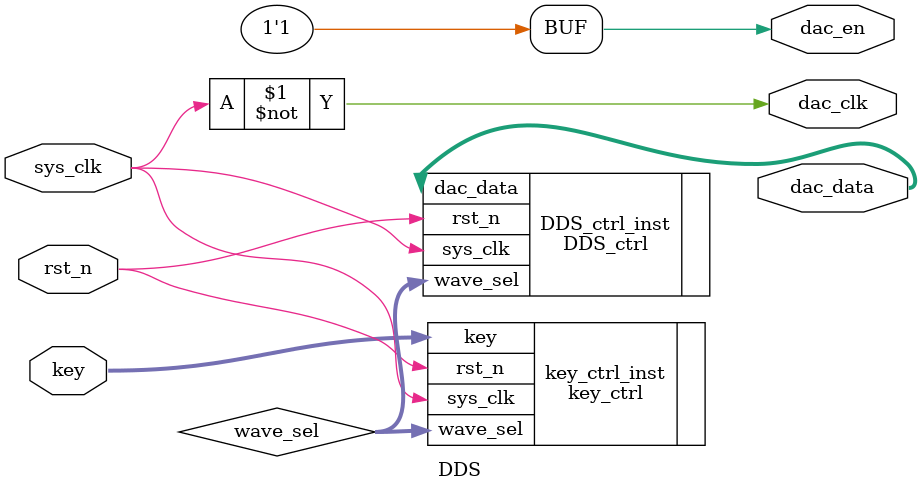
<source format=v>
module DDS (
    input wire sys_clk,
    input wire rst_n,
    input wire [3:0] key,

    output wire dac_en,
    output wire dac_clk,
    output wire [7:0] dac_data
);

wire [3:0] wave_sel ;
assign dac_clk = ~sys_clk;
assign dac_en = 1'b1;

key_ctrl  key_ctrl_inst 
(
    .sys_clk(sys_clk),
    .rst_n(rst_n),
    .key(key),

    .wave_sel(wave_sel)

);


DDS_ctrl DDS_ctrl_inst(
    .sys_clk(sys_clk),
    .rst_n(rst_n),
    .wave_sel(wave_sel),

    .dac_data(dac_data)
);


    
endmodule
</source>
